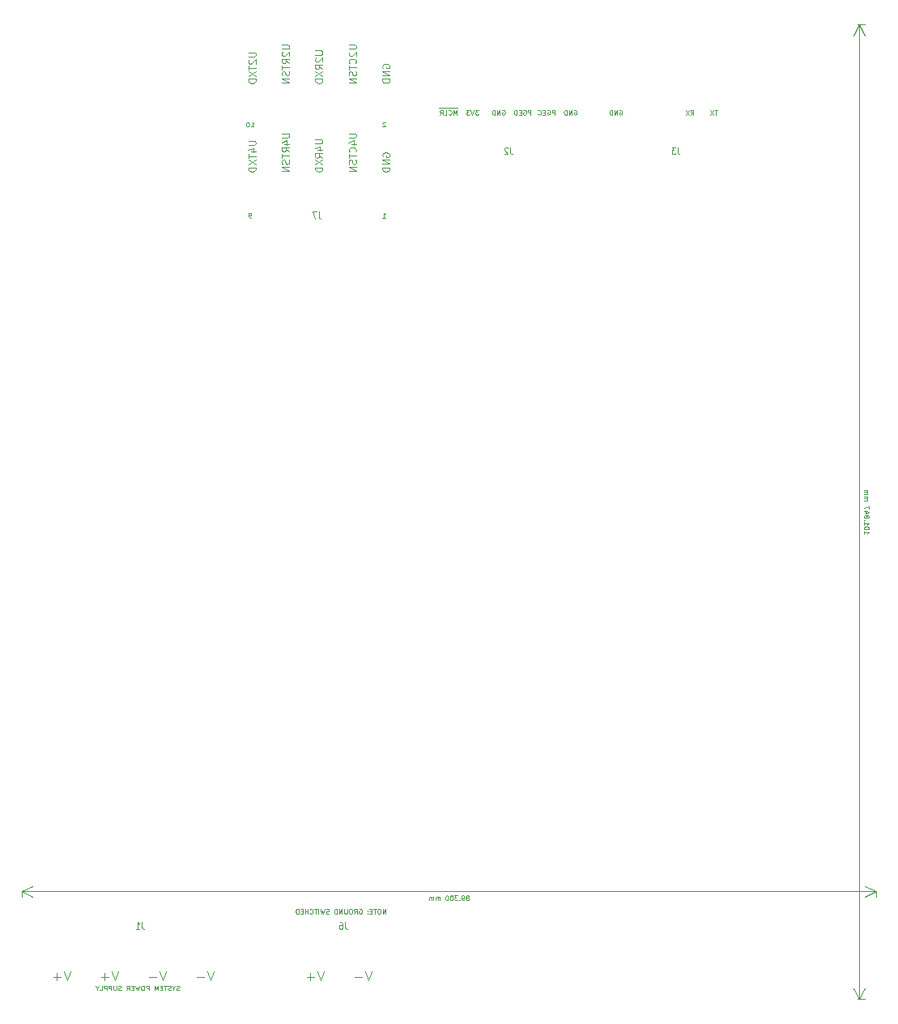
<source format=gbo>
G04 #@! TF.GenerationSoftware,KiCad,Pcbnew,5.0.1-33cea8e~68~ubuntu16.04.1*
G04 #@! TF.CreationDate,2018-11-25T11:29:47-06:00*
G04 #@! TF.ProjectId,BBB_SHIELD_V2,4242425F534849454C445F56322E6B69,rev?*
G04 #@! TF.SameCoordinates,Original*
G04 #@! TF.FileFunction,Legend,Bot*
G04 #@! TF.FilePolarity,Positive*
%FSLAX46Y46*%
G04 Gerber Fmt 4.6, Leading zero omitted, Abs format (unit mm)*
G04 Created by KiCad (PCBNEW 5.0.1-33cea8e~68~ubuntu16.04.1) date Sun 25 Nov 2018 11:29:47 AM CST*
%MOMM*%
%LPD*%
G01*
G04 APERTURE LIST*
%ADD10C,0.100000*%
%ADD11C,0.120000*%
%ADD12C,0.110000*%
%ADD13C,0.090000*%
G04 APERTURE END LIST*
D10*
X151026217Y-133540476D02*
X151073836Y-133516666D01*
X151097646Y-133492857D01*
X151121455Y-133445238D01*
X151121455Y-133421428D01*
X151097646Y-133373809D01*
X151073836Y-133350000D01*
X151026217Y-133326190D01*
X150930979Y-133326190D01*
X150883360Y-133350000D01*
X150859550Y-133373809D01*
X150835741Y-133421428D01*
X150835741Y-133445238D01*
X150859550Y-133492857D01*
X150883360Y-133516666D01*
X150930979Y-133540476D01*
X151026217Y-133540476D01*
X151073836Y-133564285D01*
X151097646Y-133588095D01*
X151121455Y-133635714D01*
X151121455Y-133730952D01*
X151097646Y-133778571D01*
X151073836Y-133802380D01*
X151026217Y-133826190D01*
X150930979Y-133826190D01*
X150883360Y-133802380D01*
X150859550Y-133778571D01*
X150835741Y-133730952D01*
X150835741Y-133635714D01*
X150859550Y-133588095D01*
X150883360Y-133564285D01*
X150930979Y-133540476D01*
X150597646Y-133826190D02*
X150502407Y-133826190D01*
X150454788Y-133802380D01*
X150430979Y-133778571D01*
X150383360Y-133707142D01*
X150359550Y-133611904D01*
X150359550Y-133421428D01*
X150383360Y-133373809D01*
X150407169Y-133350000D01*
X150454788Y-133326190D01*
X150550027Y-133326190D01*
X150597646Y-133350000D01*
X150621455Y-133373809D01*
X150645265Y-133421428D01*
X150645265Y-133540476D01*
X150621455Y-133588095D01*
X150597646Y-133611904D01*
X150550027Y-133635714D01*
X150454788Y-133635714D01*
X150407169Y-133611904D01*
X150383360Y-133588095D01*
X150359550Y-133540476D01*
X150145265Y-133778571D02*
X150121455Y-133802380D01*
X150145265Y-133826190D01*
X150169074Y-133802380D01*
X150145265Y-133778571D01*
X150145265Y-133826190D01*
X149954788Y-133326190D02*
X149645265Y-133326190D01*
X149811931Y-133516666D01*
X149740503Y-133516666D01*
X149692884Y-133540476D01*
X149669074Y-133564285D01*
X149645265Y-133611904D01*
X149645265Y-133730952D01*
X149669074Y-133778571D01*
X149692884Y-133802380D01*
X149740503Y-133826190D01*
X149883360Y-133826190D01*
X149930979Y-133802380D01*
X149954788Y-133778571D01*
X149335741Y-133326190D02*
X149288122Y-133326190D01*
X149240503Y-133350000D01*
X149216693Y-133373809D01*
X149192884Y-133421428D01*
X149169074Y-133516666D01*
X149169074Y-133635714D01*
X149192884Y-133730952D01*
X149216693Y-133778571D01*
X149240503Y-133802380D01*
X149288122Y-133826190D01*
X149335741Y-133826190D01*
X149383360Y-133802380D01*
X149407169Y-133778571D01*
X149430979Y-133730952D01*
X149454788Y-133635714D01*
X149454788Y-133516666D01*
X149430979Y-133421428D01*
X149407169Y-133373809D01*
X149383360Y-133350000D01*
X149335741Y-133326190D01*
X148859550Y-133326190D02*
X148811931Y-133326190D01*
X148764312Y-133350000D01*
X148740503Y-133373809D01*
X148716693Y-133421428D01*
X148692884Y-133516666D01*
X148692884Y-133635714D01*
X148716693Y-133730952D01*
X148740503Y-133778571D01*
X148764312Y-133802380D01*
X148811931Y-133826190D01*
X148859550Y-133826190D01*
X148907169Y-133802380D01*
X148930979Y-133778571D01*
X148954788Y-133730952D01*
X148978598Y-133635714D01*
X148978598Y-133516666D01*
X148954788Y-133421428D01*
X148930979Y-133373809D01*
X148907169Y-133350000D01*
X148859550Y-133326190D01*
X148097646Y-133826190D02*
X148097646Y-133492857D01*
X148097646Y-133540476D02*
X148073836Y-133516666D01*
X148026217Y-133492857D01*
X147954788Y-133492857D01*
X147907169Y-133516666D01*
X147883360Y-133564285D01*
X147883360Y-133826190D01*
X147883360Y-133564285D02*
X147859550Y-133516666D01*
X147811931Y-133492857D01*
X147740503Y-133492857D01*
X147692884Y-133516666D01*
X147669074Y-133564285D01*
X147669074Y-133826190D01*
X147430979Y-133826190D02*
X147430979Y-133492857D01*
X147430979Y-133540476D02*
X147407169Y-133516666D01*
X147359550Y-133492857D01*
X147288122Y-133492857D01*
X147240503Y-133516666D01*
X147216693Y-133564285D01*
X147216693Y-133826190D01*
X147216693Y-133564285D02*
X147192884Y-133516666D01*
X147145265Y-133492857D01*
X147073836Y-133492857D01*
X147026217Y-133516666D01*
X147002407Y-133564285D01*
X147002407Y-133826190D01*
X104400000Y-132900000D02*
X193700055Y-132900000D01*
X104400000Y-132900000D02*
X104400000Y-133486421D01*
X193700055Y-132900000D02*
X193700055Y-133486421D01*
X193700055Y-132900000D02*
X192573551Y-133486421D01*
X193700055Y-132900000D02*
X192573551Y-132313579D01*
X104400000Y-132900000D02*
X105526504Y-133486421D01*
X104400000Y-132900000D02*
X105526504Y-132313579D01*
X192451754Y-95247403D02*
X192451754Y-95533117D01*
X192451754Y-95390260D02*
X192951754Y-95390260D01*
X192880325Y-95437879D01*
X192832706Y-95485498D01*
X192808897Y-95533117D01*
X192951754Y-94937879D02*
X192951754Y-94890260D01*
X192927945Y-94842641D01*
X192904135Y-94818832D01*
X192856516Y-94795022D01*
X192761278Y-94771213D01*
X192642230Y-94771213D01*
X192546992Y-94795022D01*
X192499373Y-94818832D01*
X192475564Y-94842641D01*
X192451754Y-94890260D01*
X192451754Y-94937879D01*
X192475564Y-94985498D01*
X192499373Y-95009308D01*
X192546992Y-95033117D01*
X192642230Y-95056927D01*
X192761278Y-95056927D01*
X192856516Y-95033117D01*
X192904135Y-95009308D01*
X192927945Y-94985498D01*
X192951754Y-94937879D01*
X192451754Y-94295022D02*
X192451754Y-94580736D01*
X192451754Y-94437879D02*
X192951754Y-94437879D01*
X192880325Y-94485498D01*
X192832706Y-94533117D01*
X192808897Y-94580736D01*
X192499373Y-94080736D02*
X192475564Y-94056927D01*
X192451754Y-94080736D01*
X192475564Y-94104546D01*
X192499373Y-94080736D01*
X192451754Y-94080736D01*
X192737468Y-93771213D02*
X192761278Y-93818832D01*
X192785087Y-93842641D01*
X192832706Y-93866451D01*
X192856516Y-93866451D01*
X192904135Y-93842641D01*
X192927945Y-93818832D01*
X192951754Y-93771213D01*
X192951754Y-93675974D01*
X192927945Y-93628355D01*
X192904135Y-93604546D01*
X192856516Y-93580736D01*
X192832706Y-93580736D01*
X192785087Y-93604546D01*
X192761278Y-93628355D01*
X192737468Y-93675974D01*
X192737468Y-93771213D01*
X192713659Y-93818832D01*
X192689849Y-93842641D01*
X192642230Y-93866451D01*
X192546992Y-93866451D01*
X192499373Y-93842641D01*
X192475564Y-93818832D01*
X192451754Y-93771213D01*
X192451754Y-93675974D01*
X192475564Y-93628355D01*
X192499373Y-93604546D01*
X192546992Y-93580736D01*
X192642230Y-93580736D01*
X192689849Y-93604546D01*
X192713659Y-93628355D01*
X192737468Y-93675974D01*
X192785087Y-93152165D02*
X192451754Y-93152165D01*
X192975564Y-93271213D02*
X192618421Y-93390260D01*
X192618421Y-93080736D01*
X192951754Y-92937879D02*
X192951754Y-92604546D01*
X192451754Y-92818832D01*
X192451754Y-92033117D02*
X192785087Y-92033117D01*
X192737468Y-92033117D02*
X192761278Y-92009308D01*
X192785087Y-91961689D01*
X192785087Y-91890260D01*
X192761278Y-91842641D01*
X192713659Y-91818832D01*
X192451754Y-91818832D01*
X192713659Y-91818832D02*
X192761278Y-91795022D01*
X192785087Y-91747403D01*
X192785087Y-91675974D01*
X192761278Y-91628355D01*
X192713659Y-91604546D01*
X192451754Y-91604546D01*
X192451754Y-91366451D02*
X192785087Y-91366451D01*
X192737468Y-91366451D02*
X192761278Y-91342641D01*
X192785087Y-91295022D01*
X192785087Y-91223594D01*
X192761278Y-91175974D01*
X192713659Y-91152165D01*
X192451754Y-91152165D01*
X192713659Y-91152165D02*
X192761278Y-91128355D01*
X192785087Y-91080736D01*
X192785087Y-91009308D01*
X192761278Y-90961689D01*
X192713659Y-90937879D01*
X192451754Y-90937879D01*
X191977945Y-42300000D02*
X191977945Y-144147189D01*
X191800000Y-42300000D02*
X192564366Y-42300000D01*
X191800000Y-144147189D02*
X192564366Y-144147189D01*
X191977945Y-144147189D02*
X191391524Y-143020685D01*
X191977945Y-144147189D02*
X192564366Y-143020685D01*
X191977945Y-42300000D02*
X191391524Y-43426504D01*
X191977945Y-42300000D02*
X192564366Y-43426504D01*
X142428571Y-135226190D02*
X142428571Y-134726190D01*
X142142857Y-135226190D01*
X142142857Y-134726190D01*
X141809523Y-134726190D02*
X141714285Y-134726190D01*
X141666666Y-134750000D01*
X141619047Y-134797619D01*
X141595238Y-134892857D01*
X141595238Y-135059523D01*
X141619047Y-135154761D01*
X141666666Y-135202380D01*
X141714285Y-135226190D01*
X141809523Y-135226190D01*
X141857142Y-135202380D01*
X141904761Y-135154761D01*
X141928571Y-135059523D01*
X141928571Y-134892857D01*
X141904761Y-134797619D01*
X141857142Y-134750000D01*
X141809523Y-134726190D01*
X141452380Y-134726190D02*
X141166666Y-134726190D01*
X141309523Y-135226190D02*
X141309523Y-134726190D01*
X141000000Y-134964285D02*
X140833333Y-134964285D01*
X140761904Y-135226190D02*
X141000000Y-135226190D01*
X141000000Y-134726190D01*
X140761904Y-134726190D01*
X140547619Y-135178571D02*
X140523809Y-135202380D01*
X140547619Y-135226190D01*
X140571428Y-135202380D01*
X140547619Y-135178571D01*
X140547619Y-135226190D01*
X140547619Y-134916666D02*
X140523809Y-134940476D01*
X140547619Y-134964285D01*
X140571428Y-134940476D01*
X140547619Y-134916666D01*
X140547619Y-134964285D01*
X139666666Y-134750000D02*
X139714285Y-134726190D01*
X139785714Y-134726190D01*
X139857142Y-134750000D01*
X139904761Y-134797619D01*
X139928571Y-134845238D01*
X139952380Y-134940476D01*
X139952380Y-135011904D01*
X139928571Y-135107142D01*
X139904761Y-135154761D01*
X139857142Y-135202380D01*
X139785714Y-135226190D01*
X139738095Y-135226190D01*
X139666666Y-135202380D01*
X139642857Y-135178571D01*
X139642857Y-135011904D01*
X139738095Y-135011904D01*
X139142857Y-135226190D02*
X139309523Y-134988095D01*
X139428571Y-135226190D02*
X139428571Y-134726190D01*
X139238095Y-134726190D01*
X139190476Y-134750000D01*
X139166666Y-134773809D01*
X139142857Y-134821428D01*
X139142857Y-134892857D01*
X139166666Y-134940476D01*
X139190476Y-134964285D01*
X139238095Y-134988095D01*
X139428571Y-134988095D01*
X138833333Y-134726190D02*
X138738095Y-134726190D01*
X138690476Y-134750000D01*
X138642857Y-134797619D01*
X138619047Y-134892857D01*
X138619047Y-135059523D01*
X138642857Y-135154761D01*
X138690476Y-135202380D01*
X138738095Y-135226190D01*
X138833333Y-135226190D01*
X138880952Y-135202380D01*
X138928571Y-135154761D01*
X138952380Y-135059523D01*
X138952380Y-134892857D01*
X138928571Y-134797619D01*
X138880952Y-134750000D01*
X138833333Y-134726190D01*
X138404761Y-134726190D02*
X138404761Y-135130952D01*
X138380952Y-135178571D01*
X138357142Y-135202380D01*
X138309523Y-135226190D01*
X138214285Y-135226190D01*
X138166666Y-135202380D01*
X138142857Y-135178571D01*
X138119047Y-135130952D01*
X138119047Y-134726190D01*
X137880952Y-135226190D02*
X137880952Y-134726190D01*
X137595238Y-135226190D01*
X137595238Y-134726190D01*
X137357142Y-135226190D02*
X137357142Y-134726190D01*
X137238095Y-134726190D01*
X137166666Y-134750000D01*
X137119047Y-134797619D01*
X137095238Y-134845238D01*
X137071428Y-134940476D01*
X137071428Y-135011904D01*
X137095238Y-135107142D01*
X137119047Y-135154761D01*
X137166666Y-135202380D01*
X137238095Y-135226190D01*
X137357142Y-135226190D01*
X136500000Y-135202380D02*
X136428571Y-135226190D01*
X136309523Y-135226190D01*
X136261904Y-135202380D01*
X136238095Y-135178571D01*
X136214285Y-135130952D01*
X136214285Y-135083333D01*
X136238095Y-135035714D01*
X136261904Y-135011904D01*
X136309523Y-134988095D01*
X136404761Y-134964285D01*
X136452380Y-134940476D01*
X136476190Y-134916666D01*
X136500000Y-134869047D01*
X136500000Y-134821428D01*
X136476190Y-134773809D01*
X136452380Y-134750000D01*
X136404761Y-134726190D01*
X136285714Y-134726190D01*
X136214285Y-134750000D01*
X136047619Y-134726190D02*
X135928571Y-135226190D01*
X135833333Y-134869047D01*
X135738095Y-135226190D01*
X135619047Y-134726190D01*
X135428571Y-135226190D02*
X135428571Y-134726190D01*
X135261904Y-134726190D02*
X134976190Y-134726190D01*
X135119047Y-135226190D02*
X135119047Y-134726190D01*
X134523809Y-135178571D02*
X134547619Y-135202380D01*
X134619047Y-135226190D01*
X134666666Y-135226190D01*
X134738095Y-135202380D01*
X134785714Y-135154761D01*
X134809523Y-135107142D01*
X134833333Y-135011904D01*
X134833333Y-134940476D01*
X134809523Y-134845238D01*
X134785714Y-134797619D01*
X134738095Y-134750000D01*
X134666666Y-134726190D01*
X134619047Y-134726190D01*
X134547619Y-134750000D01*
X134523809Y-134773809D01*
X134309523Y-135226190D02*
X134309523Y-134726190D01*
X134309523Y-134964285D02*
X134023809Y-134964285D01*
X134023809Y-135226190D02*
X134023809Y-134726190D01*
X133785714Y-134964285D02*
X133619047Y-134964285D01*
X133547619Y-135226190D02*
X133785714Y-135226190D01*
X133785714Y-134726190D01*
X133547619Y-134726190D01*
X133333333Y-135226190D02*
X133333333Y-134726190D01*
X133214285Y-134726190D01*
X133142857Y-134750000D01*
X133095238Y-134797619D01*
X133071428Y-134845238D01*
X133047619Y-134940476D01*
X133047619Y-135011904D01*
X133071428Y-135107142D01*
X133095238Y-135154761D01*
X133142857Y-135202380D01*
X133214285Y-135226190D01*
X133333333Y-135226190D01*
X120869047Y-143202380D02*
X120797619Y-143226190D01*
X120678571Y-143226190D01*
X120630952Y-143202380D01*
X120607142Y-143178571D01*
X120583333Y-143130952D01*
X120583333Y-143083333D01*
X120607142Y-143035714D01*
X120630952Y-143011904D01*
X120678571Y-142988095D01*
X120773809Y-142964285D01*
X120821428Y-142940476D01*
X120845238Y-142916666D01*
X120869047Y-142869047D01*
X120869047Y-142821428D01*
X120845238Y-142773809D01*
X120821428Y-142750000D01*
X120773809Y-142726190D01*
X120654761Y-142726190D01*
X120583333Y-142750000D01*
X120273809Y-142988095D02*
X120273809Y-143226190D01*
X120440476Y-142726190D02*
X120273809Y-142988095D01*
X120107142Y-142726190D01*
X119964285Y-143202380D02*
X119892857Y-143226190D01*
X119773809Y-143226190D01*
X119726190Y-143202380D01*
X119702380Y-143178571D01*
X119678571Y-143130952D01*
X119678571Y-143083333D01*
X119702380Y-143035714D01*
X119726190Y-143011904D01*
X119773809Y-142988095D01*
X119869047Y-142964285D01*
X119916666Y-142940476D01*
X119940476Y-142916666D01*
X119964285Y-142869047D01*
X119964285Y-142821428D01*
X119940476Y-142773809D01*
X119916666Y-142750000D01*
X119869047Y-142726190D01*
X119750000Y-142726190D01*
X119678571Y-142750000D01*
X119535714Y-142726190D02*
X119250000Y-142726190D01*
X119392857Y-143226190D02*
X119392857Y-142726190D01*
X119083333Y-142964285D02*
X118916666Y-142964285D01*
X118845238Y-143226190D02*
X119083333Y-143226190D01*
X119083333Y-142726190D01*
X118845238Y-142726190D01*
X118630952Y-143226190D02*
X118630952Y-142726190D01*
X118464285Y-143083333D01*
X118297619Y-142726190D01*
X118297619Y-143226190D01*
X117678571Y-143226190D02*
X117678571Y-142726190D01*
X117488095Y-142726190D01*
X117440476Y-142750000D01*
X117416666Y-142773809D01*
X117392857Y-142821428D01*
X117392857Y-142892857D01*
X117416666Y-142940476D01*
X117440476Y-142964285D01*
X117488095Y-142988095D01*
X117678571Y-142988095D01*
X117083333Y-142726190D02*
X116988095Y-142726190D01*
X116940476Y-142750000D01*
X116892857Y-142797619D01*
X116869047Y-142892857D01*
X116869047Y-143059523D01*
X116892857Y-143154761D01*
X116940476Y-143202380D01*
X116988095Y-143226190D01*
X117083333Y-143226190D01*
X117130952Y-143202380D01*
X117178571Y-143154761D01*
X117202380Y-143059523D01*
X117202380Y-142892857D01*
X117178571Y-142797619D01*
X117130952Y-142750000D01*
X117083333Y-142726190D01*
X116702380Y-142726190D02*
X116583333Y-143226190D01*
X116488095Y-142869047D01*
X116392857Y-143226190D01*
X116273809Y-142726190D01*
X116083333Y-142964285D02*
X115916666Y-142964285D01*
X115845238Y-143226190D02*
X116083333Y-143226190D01*
X116083333Y-142726190D01*
X115845238Y-142726190D01*
X115345238Y-143226190D02*
X115511904Y-142988095D01*
X115630952Y-143226190D02*
X115630952Y-142726190D01*
X115440476Y-142726190D01*
X115392857Y-142750000D01*
X115369047Y-142773809D01*
X115345238Y-142821428D01*
X115345238Y-142892857D01*
X115369047Y-142940476D01*
X115392857Y-142964285D01*
X115440476Y-142988095D01*
X115630952Y-142988095D01*
X114773809Y-143202380D02*
X114702380Y-143226190D01*
X114583333Y-143226190D01*
X114535714Y-143202380D01*
X114511904Y-143178571D01*
X114488095Y-143130952D01*
X114488095Y-143083333D01*
X114511904Y-143035714D01*
X114535714Y-143011904D01*
X114583333Y-142988095D01*
X114678571Y-142964285D01*
X114726190Y-142940476D01*
X114750000Y-142916666D01*
X114773809Y-142869047D01*
X114773809Y-142821428D01*
X114750000Y-142773809D01*
X114726190Y-142750000D01*
X114678571Y-142726190D01*
X114559523Y-142726190D01*
X114488095Y-142750000D01*
X114273809Y-142726190D02*
X114273809Y-143130952D01*
X114250000Y-143178571D01*
X114226190Y-143202380D01*
X114178571Y-143226190D01*
X114083333Y-143226190D01*
X114035714Y-143202380D01*
X114011904Y-143178571D01*
X113988095Y-143130952D01*
X113988095Y-142726190D01*
X113750000Y-143226190D02*
X113750000Y-142726190D01*
X113559523Y-142726190D01*
X113511904Y-142750000D01*
X113488095Y-142773809D01*
X113464285Y-142821428D01*
X113464285Y-142892857D01*
X113488095Y-142940476D01*
X113511904Y-142964285D01*
X113559523Y-142988095D01*
X113750000Y-142988095D01*
X113250000Y-143226190D02*
X113250000Y-142726190D01*
X113059523Y-142726190D01*
X113011904Y-142750000D01*
X112988095Y-142773809D01*
X112964285Y-142821428D01*
X112964285Y-142892857D01*
X112988095Y-142940476D01*
X113011904Y-142964285D01*
X113059523Y-142988095D01*
X113250000Y-142988095D01*
X112511904Y-143226190D02*
X112750000Y-143226190D01*
X112750000Y-142726190D01*
X112250000Y-142988095D02*
X112250000Y-143226190D01*
X112416666Y-142726190D02*
X112250000Y-142988095D01*
X112083333Y-142726190D01*
D11*
X140952380Y-141202380D02*
X140619047Y-142202380D01*
X140285714Y-141202380D01*
X139952380Y-141821428D02*
X139190476Y-141821428D01*
D10*
X177130952Y-51226190D02*
X176845238Y-51226190D01*
X176988095Y-51726190D02*
X176988095Y-51226190D01*
X176726190Y-51226190D02*
X176392857Y-51726190D01*
X176392857Y-51226190D02*
X176726190Y-51726190D01*
X174333333Y-51726190D02*
X174500000Y-51488095D01*
X174619047Y-51726190D02*
X174619047Y-51226190D01*
X174428571Y-51226190D01*
X174380952Y-51250000D01*
X174357142Y-51273809D01*
X174333333Y-51321428D01*
X174333333Y-51392857D01*
X174357142Y-51440476D01*
X174380952Y-51464285D01*
X174428571Y-51488095D01*
X174619047Y-51488095D01*
X174166666Y-51226190D02*
X173833333Y-51726190D01*
X173833333Y-51226190D02*
X174166666Y-51726190D01*
X166880952Y-51250000D02*
X166928571Y-51226190D01*
X167000000Y-51226190D01*
X167071428Y-51250000D01*
X167119047Y-51297619D01*
X167142857Y-51345238D01*
X167166666Y-51440476D01*
X167166666Y-51511904D01*
X167142857Y-51607142D01*
X167119047Y-51654761D01*
X167071428Y-51702380D01*
X167000000Y-51726190D01*
X166952380Y-51726190D01*
X166880952Y-51702380D01*
X166857142Y-51678571D01*
X166857142Y-51511904D01*
X166952380Y-51511904D01*
X166642857Y-51726190D02*
X166642857Y-51226190D01*
X166357142Y-51726190D01*
X166357142Y-51226190D01*
X166119047Y-51726190D02*
X166119047Y-51226190D01*
X166000000Y-51226190D01*
X165928571Y-51250000D01*
X165880952Y-51297619D01*
X165857142Y-51345238D01*
X165833333Y-51440476D01*
X165833333Y-51511904D01*
X165857142Y-51607142D01*
X165880952Y-51654761D01*
X165928571Y-51702380D01*
X166000000Y-51726190D01*
X166119047Y-51726190D01*
X162130952Y-51250000D02*
X162178571Y-51226190D01*
X162250000Y-51226190D01*
X162321428Y-51250000D01*
X162369047Y-51297619D01*
X162392857Y-51345238D01*
X162416666Y-51440476D01*
X162416666Y-51511904D01*
X162392857Y-51607142D01*
X162369047Y-51654761D01*
X162321428Y-51702380D01*
X162250000Y-51726190D01*
X162202380Y-51726190D01*
X162130952Y-51702380D01*
X162107142Y-51678571D01*
X162107142Y-51511904D01*
X162202380Y-51511904D01*
X161892857Y-51726190D02*
X161892857Y-51226190D01*
X161607142Y-51726190D01*
X161607142Y-51226190D01*
X161369047Y-51726190D02*
X161369047Y-51226190D01*
X161250000Y-51226190D01*
X161178571Y-51250000D01*
X161130952Y-51297619D01*
X161107142Y-51345238D01*
X161083333Y-51440476D01*
X161083333Y-51511904D01*
X161107142Y-51607142D01*
X161130952Y-51654761D01*
X161178571Y-51702380D01*
X161250000Y-51726190D01*
X161369047Y-51726190D01*
X160107142Y-51726190D02*
X160107142Y-51226190D01*
X159916666Y-51226190D01*
X159869047Y-51250000D01*
X159845238Y-51273809D01*
X159821428Y-51321428D01*
X159821428Y-51392857D01*
X159845238Y-51440476D01*
X159869047Y-51464285D01*
X159916666Y-51488095D01*
X160107142Y-51488095D01*
X159345238Y-51250000D02*
X159392857Y-51226190D01*
X159464285Y-51226190D01*
X159535714Y-51250000D01*
X159583333Y-51297619D01*
X159607142Y-51345238D01*
X159630952Y-51440476D01*
X159630952Y-51511904D01*
X159607142Y-51607142D01*
X159583333Y-51654761D01*
X159535714Y-51702380D01*
X159464285Y-51726190D01*
X159416666Y-51726190D01*
X159345238Y-51702380D01*
X159321428Y-51678571D01*
X159321428Y-51511904D01*
X159416666Y-51511904D01*
X159107142Y-51464285D02*
X158940476Y-51464285D01*
X158869047Y-51726190D02*
X159107142Y-51726190D01*
X159107142Y-51226190D01*
X158869047Y-51226190D01*
X158369047Y-51678571D02*
X158392857Y-51702380D01*
X158464285Y-51726190D01*
X158511904Y-51726190D01*
X158583333Y-51702380D01*
X158630952Y-51654761D01*
X158654761Y-51607142D01*
X158678571Y-51511904D01*
X158678571Y-51440476D01*
X158654761Y-51345238D01*
X158630952Y-51297619D01*
X158583333Y-51250000D01*
X158511904Y-51226190D01*
X158464285Y-51226190D01*
X158392857Y-51250000D01*
X158369047Y-51273809D01*
X157607142Y-51726190D02*
X157607142Y-51226190D01*
X157416666Y-51226190D01*
X157369047Y-51250000D01*
X157345238Y-51273809D01*
X157321428Y-51321428D01*
X157321428Y-51392857D01*
X157345238Y-51440476D01*
X157369047Y-51464285D01*
X157416666Y-51488095D01*
X157607142Y-51488095D01*
X156845238Y-51250000D02*
X156892857Y-51226190D01*
X156964285Y-51226190D01*
X157035714Y-51250000D01*
X157083333Y-51297619D01*
X157107142Y-51345238D01*
X157130952Y-51440476D01*
X157130952Y-51511904D01*
X157107142Y-51607142D01*
X157083333Y-51654761D01*
X157035714Y-51702380D01*
X156964285Y-51726190D01*
X156916666Y-51726190D01*
X156845238Y-51702380D01*
X156821428Y-51678571D01*
X156821428Y-51511904D01*
X156916666Y-51511904D01*
X156607142Y-51464285D02*
X156440476Y-51464285D01*
X156369047Y-51726190D02*
X156607142Y-51726190D01*
X156607142Y-51226190D01*
X156369047Y-51226190D01*
X156154761Y-51726190D02*
X156154761Y-51226190D01*
X156035714Y-51226190D01*
X155964285Y-51250000D01*
X155916666Y-51297619D01*
X155892857Y-51345238D01*
X155869047Y-51440476D01*
X155869047Y-51511904D01*
X155892857Y-51607142D01*
X155916666Y-51654761D01*
X155964285Y-51702380D01*
X156035714Y-51726190D01*
X156154761Y-51726190D01*
X154630952Y-51250000D02*
X154678571Y-51226190D01*
X154750000Y-51226190D01*
X154821428Y-51250000D01*
X154869047Y-51297619D01*
X154892857Y-51345238D01*
X154916666Y-51440476D01*
X154916666Y-51511904D01*
X154892857Y-51607142D01*
X154869047Y-51654761D01*
X154821428Y-51702380D01*
X154750000Y-51726190D01*
X154702380Y-51726190D01*
X154630952Y-51702380D01*
X154607142Y-51678571D01*
X154607142Y-51511904D01*
X154702380Y-51511904D01*
X154392857Y-51726190D02*
X154392857Y-51226190D01*
X154107142Y-51726190D01*
X154107142Y-51226190D01*
X153869047Y-51726190D02*
X153869047Y-51226190D01*
X153750000Y-51226190D01*
X153678571Y-51250000D01*
X153630952Y-51297619D01*
X153607142Y-51345238D01*
X153583333Y-51440476D01*
X153583333Y-51511904D01*
X153607142Y-51607142D01*
X153630952Y-51654761D01*
X153678571Y-51702380D01*
X153750000Y-51726190D01*
X153869047Y-51726190D01*
X152119047Y-51226190D02*
X151809523Y-51226190D01*
X151976190Y-51416666D01*
X151904761Y-51416666D01*
X151857142Y-51440476D01*
X151833333Y-51464285D01*
X151809523Y-51511904D01*
X151809523Y-51630952D01*
X151833333Y-51678571D01*
X151857142Y-51702380D01*
X151904761Y-51726190D01*
X152047619Y-51726190D01*
X152095238Y-51702380D01*
X152119047Y-51678571D01*
X151666666Y-51226190D02*
X151500000Y-51726190D01*
X151333333Y-51226190D01*
X151214285Y-51226190D02*
X150904761Y-51226190D01*
X151071428Y-51416666D01*
X151000000Y-51416666D01*
X150952380Y-51440476D01*
X150928571Y-51464285D01*
X150904761Y-51511904D01*
X150904761Y-51630952D01*
X150928571Y-51678571D01*
X150952380Y-51702380D01*
X151000000Y-51726190D01*
X151142857Y-51726190D01*
X151190476Y-51702380D01*
X151214285Y-51678571D01*
X149988095Y-51010000D02*
X149416666Y-51010000D01*
X149869047Y-51726190D02*
X149869047Y-51226190D01*
X149702380Y-51583333D01*
X149535714Y-51226190D01*
X149535714Y-51726190D01*
X149416666Y-51010000D02*
X148916666Y-51010000D01*
X149011904Y-51678571D02*
X149035714Y-51702380D01*
X149107142Y-51726190D01*
X149154761Y-51726190D01*
X149226190Y-51702380D01*
X149273809Y-51654761D01*
X149297619Y-51607142D01*
X149321428Y-51511904D01*
X149321428Y-51440476D01*
X149297619Y-51345238D01*
X149273809Y-51297619D01*
X149226190Y-51250000D01*
X149154761Y-51226190D01*
X149107142Y-51226190D01*
X149035714Y-51250000D01*
X149011904Y-51273809D01*
X148916666Y-51010000D02*
X148511904Y-51010000D01*
X148559523Y-51726190D02*
X148797619Y-51726190D01*
X148797619Y-51226190D01*
X148511904Y-51010000D02*
X148011904Y-51010000D01*
X148107142Y-51726190D02*
X148273809Y-51488095D01*
X148392857Y-51726190D02*
X148392857Y-51226190D01*
X148202380Y-51226190D01*
X148154761Y-51250000D01*
X148130952Y-51273809D01*
X148107142Y-51321428D01*
X148107142Y-51392857D01*
X148130952Y-51440476D01*
X148154761Y-51464285D01*
X148202380Y-51488095D01*
X148392857Y-51488095D01*
X138589285Y-53660715D02*
X139196428Y-53660715D01*
X139267857Y-53696429D01*
X139303571Y-53732143D01*
X139339285Y-53803572D01*
X139339285Y-53946429D01*
X139303571Y-54017858D01*
X139267857Y-54053572D01*
X139196428Y-54089286D01*
X138589285Y-54089286D01*
X138839285Y-54767858D02*
X139339285Y-54767858D01*
X138553571Y-54589286D02*
X139089285Y-54410715D01*
X139089285Y-54875000D01*
X139267857Y-55589286D02*
X139303571Y-55553572D01*
X139339285Y-55446429D01*
X139339285Y-55375000D01*
X139303571Y-55267858D01*
X139232142Y-55196429D01*
X139160714Y-55160715D01*
X139017857Y-55125000D01*
X138910714Y-55125000D01*
X138767857Y-55160715D01*
X138696428Y-55196429D01*
X138625000Y-55267858D01*
X138589285Y-55375000D01*
X138589285Y-55446429D01*
X138625000Y-55553572D01*
X138660714Y-55589286D01*
X138589285Y-55803572D02*
X138589285Y-56232143D01*
X139339285Y-56017858D02*
X138589285Y-56017858D01*
X139303571Y-56446429D02*
X139339285Y-56553572D01*
X139339285Y-56732143D01*
X139303571Y-56803572D01*
X139267857Y-56839286D01*
X139196428Y-56875000D01*
X139125000Y-56875000D01*
X139053571Y-56839286D01*
X139017857Y-56803572D01*
X138982142Y-56732143D01*
X138946428Y-56589286D01*
X138910714Y-56517858D01*
X138875000Y-56482143D01*
X138803571Y-56446429D01*
X138732142Y-56446429D01*
X138660714Y-56482143D01*
X138625000Y-56517858D01*
X138589285Y-56589286D01*
X138589285Y-56767858D01*
X138625000Y-56875000D01*
X139339285Y-57196429D02*
X138589285Y-57196429D01*
X139339285Y-57625000D01*
X138589285Y-57625000D01*
D12*
X142125000Y-56084286D02*
X142089285Y-56012857D01*
X142089285Y-55905715D01*
X142125000Y-55798572D01*
X142196428Y-55727143D01*
X142267857Y-55691429D01*
X142410714Y-55655715D01*
X142517857Y-55655715D01*
X142660714Y-55691429D01*
X142732142Y-55727143D01*
X142803571Y-55798572D01*
X142839285Y-55905715D01*
X142839285Y-55977143D01*
X142803571Y-56084286D01*
X142767857Y-56120000D01*
X142517857Y-56120000D01*
X142517857Y-55977143D01*
X142839285Y-56441429D02*
X142089285Y-56441429D01*
X142839285Y-56870000D01*
X142089285Y-56870000D01*
X142839285Y-57227143D02*
X142089285Y-57227143D01*
X142089285Y-57405715D01*
X142125000Y-57512857D01*
X142196428Y-57584286D01*
X142267857Y-57620000D01*
X142410714Y-57655715D01*
X142517857Y-57655715D01*
X142660714Y-57620000D01*
X142732142Y-57584286D01*
X142803571Y-57512857D01*
X142839285Y-57405715D01*
X142839285Y-57227143D01*
D10*
X131589285Y-53660715D02*
X132196428Y-53660715D01*
X132267857Y-53696429D01*
X132303571Y-53732143D01*
X132339285Y-53803572D01*
X132339285Y-53946429D01*
X132303571Y-54017858D01*
X132267857Y-54053572D01*
X132196428Y-54089286D01*
X131589285Y-54089286D01*
X131839285Y-54767858D02*
X132339285Y-54767858D01*
X131553571Y-54589286D02*
X132089285Y-54410715D01*
X132089285Y-54875000D01*
X132339285Y-55589286D02*
X131982142Y-55339286D01*
X132339285Y-55160715D02*
X131589285Y-55160715D01*
X131589285Y-55446429D01*
X131625000Y-55517858D01*
X131660714Y-55553572D01*
X131732142Y-55589286D01*
X131839285Y-55589286D01*
X131910714Y-55553572D01*
X131946428Y-55517858D01*
X131982142Y-55446429D01*
X131982142Y-55160715D01*
X131589285Y-55803572D02*
X131589285Y-56232143D01*
X132339285Y-56017858D02*
X131589285Y-56017858D01*
X132303571Y-56446429D02*
X132339285Y-56553572D01*
X132339285Y-56732143D01*
X132303571Y-56803572D01*
X132267857Y-56839286D01*
X132196428Y-56875000D01*
X132125000Y-56875000D01*
X132053571Y-56839286D01*
X132017857Y-56803572D01*
X131982142Y-56732143D01*
X131946428Y-56589286D01*
X131910714Y-56517858D01*
X131875000Y-56482143D01*
X131803571Y-56446429D01*
X131732142Y-56446429D01*
X131660714Y-56482143D01*
X131625000Y-56517858D01*
X131589285Y-56589286D01*
X131589285Y-56767858D01*
X131625000Y-56875000D01*
X132339285Y-57196429D02*
X131589285Y-57196429D01*
X132339285Y-57625000D01*
X131589285Y-57625000D01*
X135089285Y-54267857D02*
X135696428Y-54267857D01*
X135767857Y-54303571D01*
X135803571Y-54339286D01*
X135839285Y-54410714D01*
X135839285Y-54553571D01*
X135803571Y-54625000D01*
X135767857Y-54660714D01*
X135696428Y-54696429D01*
X135089285Y-54696429D01*
X135339285Y-55375000D02*
X135839285Y-55375000D01*
X135053571Y-55196429D02*
X135589285Y-55017857D01*
X135589285Y-55482143D01*
X135839285Y-56196429D02*
X135482142Y-55946429D01*
X135839285Y-55767857D02*
X135089285Y-55767857D01*
X135089285Y-56053571D01*
X135125000Y-56125000D01*
X135160714Y-56160714D01*
X135232142Y-56196429D01*
X135339285Y-56196429D01*
X135410714Y-56160714D01*
X135446428Y-56125000D01*
X135482142Y-56053571D01*
X135482142Y-55767857D01*
X135089285Y-56446429D02*
X135839285Y-56946429D01*
X135089285Y-56946429D02*
X135839285Y-56446429D01*
X135839285Y-57232143D02*
X135089285Y-57232143D01*
X135089285Y-57410714D01*
X135125000Y-57517857D01*
X135196428Y-57589286D01*
X135267857Y-57625000D01*
X135410714Y-57660714D01*
X135517857Y-57660714D01*
X135660714Y-57625000D01*
X135732142Y-57589286D01*
X135803571Y-57517857D01*
X135839285Y-57410714D01*
X135839285Y-57232143D01*
X128089285Y-54446429D02*
X128696428Y-54446429D01*
X128767857Y-54482143D01*
X128803571Y-54517857D01*
X128839285Y-54589286D01*
X128839285Y-54732143D01*
X128803571Y-54803572D01*
X128767857Y-54839286D01*
X128696428Y-54875000D01*
X128089285Y-54875000D01*
X128339285Y-55553572D02*
X128839285Y-55553572D01*
X128053571Y-55375000D02*
X128589285Y-55196429D01*
X128589285Y-55660715D01*
X128089285Y-55839286D02*
X128089285Y-56267857D01*
X128839285Y-56053572D02*
X128089285Y-56053572D01*
X128089285Y-56446429D02*
X128839285Y-56946429D01*
X128089285Y-56946429D02*
X128839285Y-56446429D01*
X128839285Y-57232143D02*
X128089285Y-57232143D01*
X128089285Y-57410715D01*
X128125000Y-57517857D01*
X128196428Y-57589286D01*
X128267857Y-57625000D01*
X128410714Y-57660715D01*
X128517857Y-57660715D01*
X128660714Y-57625000D01*
X128732142Y-57589286D01*
X128803571Y-57517857D01*
X128839285Y-57410715D01*
X128839285Y-57232143D01*
X128089285Y-45196429D02*
X128696428Y-45196429D01*
X128767857Y-45232143D01*
X128803571Y-45267857D01*
X128839285Y-45339286D01*
X128839285Y-45482143D01*
X128803571Y-45553572D01*
X128767857Y-45589286D01*
X128696428Y-45625000D01*
X128089285Y-45625000D01*
X128160714Y-45946429D02*
X128125000Y-45982143D01*
X128089285Y-46053572D01*
X128089285Y-46232143D01*
X128125000Y-46303572D01*
X128160714Y-46339286D01*
X128232142Y-46375000D01*
X128303571Y-46375000D01*
X128410714Y-46339286D01*
X128839285Y-45910715D01*
X128839285Y-46375000D01*
X128089285Y-46589286D02*
X128089285Y-47017857D01*
X128839285Y-46803572D02*
X128089285Y-46803572D01*
X128089285Y-47196429D02*
X128839285Y-47696429D01*
X128089285Y-47696429D02*
X128839285Y-47196429D01*
X128839285Y-47982143D02*
X128089285Y-47982143D01*
X128089285Y-48160715D01*
X128125000Y-48267857D01*
X128196428Y-48339286D01*
X128267857Y-48375000D01*
X128410714Y-48410715D01*
X128517857Y-48410715D01*
X128660714Y-48375000D01*
X128732142Y-48339286D01*
X128803571Y-48267857D01*
X128839285Y-48160715D01*
X128839285Y-47982143D01*
X131589285Y-44410715D02*
X132196428Y-44410715D01*
X132267857Y-44446429D01*
X132303571Y-44482143D01*
X132339285Y-44553572D01*
X132339285Y-44696429D01*
X132303571Y-44767858D01*
X132267857Y-44803572D01*
X132196428Y-44839286D01*
X131589285Y-44839286D01*
X131660714Y-45160715D02*
X131625000Y-45196429D01*
X131589285Y-45267858D01*
X131589285Y-45446429D01*
X131625000Y-45517858D01*
X131660714Y-45553572D01*
X131732142Y-45589286D01*
X131803571Y-45589286D01*
X131910714Y-45553572D01*
X132339285Y-45125000D01*
X132339285Y-45589286D01*
X132339285Y-46339286D02*
X131982142Y-46089286D01*
X132339285Y-45910715D02*
X131589285Y-45910715D01*
X131589285Y-46196429D01*
X131625000Y-46267858D01*
X131660714Y-46303572D01*
X131732142Y-46339286D01*
X131839285Y-46339286D01*
X131910714Y-46303572D01*
X131946428Y-46267858D01*
X131982142Y-46196429D01*
X131982142Y-45910715D01*
X131589285Y-46553572D02*
X131589285Y-46982143D01*
X132339285Y-46767858D02*
X131589285Y-46767858D01*
X132303571Y-47196429D02*
X132339285Y-47303572D01*
X132339285Y-47482143D01*
X132303571Y-47553572D01*
X132267857Y-47589286D01*
X132196428Y-47625000D01*
X132125000Y-47625000D01*
X132053571Y-47589286D01*
X132017857Y-47553572D01*
X131982142Y-47482143D01*
X131946428Y-47339286D01*
X131910714Y-47267858D01*
X131875000Y-47232143D01*
X131803571Y-47196429D01*
X131732142Y-47196429D01*
X131660714Y-47232143D01*
X131625000Y-47267858D01*
X131589285Y-47339286D01*
X131589285Y-47517858D01*
X131625000Y-47625000D01*
X132339285Y-47946429D02*
X131589285Y-47946429D01*
X132339285Y-48375000D01*
X131589285Y-48375000D01*
X135089285Y-45017857D02*
X135696428Y-45017857D01*
X135767857Y-45053571D01*
X135803571Y-45089286D01*
X135839285Y-45160714D01*
X135839285Y-45303571D01*
X135803571Y-45375000D01*
X135767857Y-45410714D01*
X135696428Y-45446429D01*
X135089285Y-45446429D01*
X135160714Y-45767857D02*
X135125000Y-45803571D01*
X135089285Y-45875000D01*
X135089285Y-46053571D01*
X135125000Y-46125000D01*
X135160714Y-46160714D01*
X135232142Y-46196429D01*
X135303571Y-46196429D01*
X135410714Y-46160714D01*
X135839285Y-45732143D01*
X135839285Y-46196429D01*
X135839285Y-46946429D02*
X135482142Y-46696429D01*
X135839285Y-46517857D02*
X135089285Y-46517857D01*
X135089285Y-46803571D01*
X135125000Y-46875000D01*
X135160714Y-46910714D01*
X135232142Y-46946429D01*
X135339285Y-46946429D01*
X135410714Y-46910714D01*
X135446428Y-46875000D01*
X135482142Y-46803571D01*
X135482142Y-46517857D01*
X135089285Y-47196429D02*
X135839285Y-47696429D01*
X135089285Y-47696429D02*
X135839285Y-47196429D01*
X135839285Y-47982143D02*
X135089285Y-47982143D01*
X135089285Y-48160714D01*
X135125000Y-48267857D01*
X135196428Y-48339286D01*
X135267857Y-48375000D01*
X135410714Y-48410714D01*
X135517857Y-48410714D01*
X135660714Y-48375000D01*
X135732142Y-48339286D01*
X135803571Y-48267857D01*
X135839285Y-48160714D01*
X135839285Y-47982143D01*
X138589285Y-44410715D02*
X139196428Y-44410715D01*
X139267857Y-44446429D01*
X139303571Y-44482143D01*
X139339285Y-44553572D01*
X139339285Y-44696429D01*
X139303571Y-44767858D01*
X139267857Y-44803572D01*
X139196428Y-44839286D01*
X138589285Y-44839286D01*
X138660714Y-45160715D02*
X138625000Y-45196429D01*
X138589285Y-45267858D01*
X138589285Y-45446429D01*
X138625000Y-45517858D01*
X138660714Y-45553572D01*
X138732142Y-45589286D01*
X138803571Y-45589286D01*
X138910714Y-45553572D01*
X139339285Y-45125000D01*
X139339285Y-45589286D01*
X139267857Y-46339286D02*
X139303571Y-46303572D01*
X139339285Y-46196429D01*
X139339285Y-46125000D01*
X139303571Y-46017858D01*
X139232142Y-45946429D01*
X139160714Y-45910715D01*
X139017857Y-45875000D01*
X138910714Y-45875000D01*
X138767857Y-45910715D01*
X138696428Y-45946429D01*
X138625000Y-46017858D01*
X138589285Y-46125000D01*
X138589285Y-46196429D01*
X138625000Y-46303572D01*
X138660714Y-46339286D01*
X138589285Y-46553572D02*
X138589285Y-46982143D01*
X139339285Y-46767858D02*
X138589285Y-46767858D01*
X139303571Y-47196429D02*
X139339285Y-47303572D01*
X139339285Y-47482143D01*
X139303571Y-47553572D01*
X139267857Y-47589286D01*
X139196428Y-47625000D01*
X139125000Y-47625000D01*
X139053571Y-47589286D01*
X139017857Y-47553572D01*
X138982142Y-47482143D01*
X138946428Y-47339286D01*
X138910714Y-47267858D01*
X138875000Y-47232143D01*
X138803571Y-47196429D01*
X138732142Y-47196429D01*
X138660714Y-47232143D01*
X138625000Y-47267858D01*
X138589285Y-47339286D01*
X138589285Y-47517858D01*
X138625000Y-47625000D01*
X139339285Y-47946429D02*
X138589285Y-47946429D01*
X139339285Y-48375000D01*
X138589285Y-48375000D01*
D12*
X142125000Y-46834286D02*
X142089285Y-46762857D01*
X142089285Y-46655715D01*
X142125000Y-46548572D01*
X142196428Y-46477143D01*
X142267857Y-46441429D01*
X142410714Y-46405715D01*
X142517857Y-46405715D01*
X142660714Y-46441429D01*
X142732142Y-46477143D01*
X142803571Y-46548572D01*
X142839285Y-46655715D01*
X142839285Y-46727143D01*
X142803571Y-46834286D01*
X142767857Y-46870000D01*
X142517857Y-46870000D01*
X142517857Y-46727143D01*
X142839285Y-47191429D02*
X142089285Y-47191429D01*
X142839285Y-47620000D01*
X142089285Y-47620000D01*
X142839285Y-47977143D02*
X142089285Y-47977143D01*
X142089285Y-48155715D01*
X142125000Y-48262857D01*
X142196428Y-48334286D01*
X142267857Y-48370000D01*
X142410714Y-48405715D01*
X142517857Y-48405715D01*
X142660714Y-48370000D01*
X142732142Y-48334286D01*
X142803571Y-48262857D01*
X142839285Y-48155715D01*
X142839285Y-47977143D01*
D11*
X135952380Y-141202380D02*
X135619047Y-142202380D01*
X135285714Y-141202380D01*
X134952380Y-141821428D02*
X134190476Y-141821428D01*
X134571428Y-142202380D02*
X134571428Y-141440476D01*
X124452380Y-141202380D02*
X124119047Y-142202380D01*
X123785714Y-141202380D01*
X123452380Y-141821428D02*
X122690476Y-141821428D01*
X119452380Y-141202380D02*
X119119047Y-142202380D01*
X118785714Y-141202380D01*
X118452380Y-141821428D02*
X117690476Y-141821428D01*
X114452380Y-141202380D02*
X114119047Y-142202380D01*
X113785714Y-141202380D01*
X113452380Y-141821428D02*
X112690476Y-141821428D01*
X113071428Y-142202380D02*
X113071428Y-141440476D01*
X109452380Y-141202380D02*
X109119047Y-142202380D01*
X108785714Y-141202380D01*
X108452380Y-141821428D02*
X107690476Y-141821428D01*
X108071428Y-142202380D02*
X108071428Y-141440476D01*
G04 #@! TO.C,J1*
D10*
X116950000Y-136116666D02*
X116950000Y-136616666D01*
X116978571Y-136716666D01*
X117035714Y-136783333D01*
X117121428Y-136816666D01*
X117178571Y-136816666D01*
X116350000Y-136816666D02*
X116692857Y-136816666D01*
X116521428Y-136816666D02*
X116521428Y-136116666D01*
X116578571Y-136216666D01*
X116635714Y-136283333D01*
X116692857Y-136316666D01*
G04 #@! TO.C,J6*
X138200000Y-136116666D02*
X138200000Y-136616666D01*
X138228571Y-136716666D01*
X138285714Y-136783333D01*
X138371428Y-136816666D01*
X138428571Y-136816666D01*
X137657142Y-136116666D02*
X137771428Y-136116666D01*
X137828571Y-136150000D01*
X137857142Y-136183333D01*
X137914285Y-136283333D01*
X137942857Y-136416666D01*
X137942857Y-136683333D01*
X137914285Y-136750000D01*
X137885714Y-136783333D01*
X137828571Y-136816666D01*
X137714285Y-136816666D01*
X137657142Y-136783333D01*
X137628571Y-136750000D01*
X137600000Y-136683333D01*
X137600000Y-136516666D01*
X137628571Y-136450000D01*
X137657142Y-136416666D01*
X137714285Y-136383333D01*
X137828571Y-136383333D01*
X137885714Y-136416666D01*
X137914285Y-136450000D01*
X137942857Y-136516666D01*
G04 #@! TO.C,J7*
X135450000Y-61866666D02*
X135450000Y-62366666D01*
X135478571Y-62466666D01*
X135535714Y-62533333D01*
X135621428Y-62566666D01*
X135678571Y-62566666D01*
X135221428Y-61866666D02*
X134821428Y-61866666D01*
X135078571Y-62566666D01*
D13*
X128345238Y-52976190D02*
X128630952Y-52976190D01*
X128488095Y-52976190D02*
X128488095Y-52476190D01*
X128535714Y-52547619D01*
X128583333Y-52595238D01*
X128630952Y-52619047D01*
X128035714Y-52476190D02*
X127988095Y-52476190D01*
X127940476Y-52500000D01*
X127916666Y-52523809D01*
X127892857Y-52571428D01*
X127869047Y-52666666D01*
X127869047Y-52785714D01*
X127892857Y-52880952D01*
X127916666Y-52928571D01*
X127940476Y-52952380D01*
X127988095Y-52976190D01*
X128035714Y-52976190D01*
X128083333Y-52952380D01*
X128107142Y-52928571D01*
X128130952Y-52880952D01*
X128154761Y-52785714D01*
X128154761Y-52666666D01*
X128130952Y-52571428D01*
X128107142Y-52523809D01*
X128083333Y-52500000D01*
X128035714Y-52476190D01*
X142392857Y-52523809D02*
X142369047Y-52500000D01*
X142321428Y-52476190D01*
X142202380Y-52476190D01*
X142154761Y-52500000D01*
X142130952Y-52523809D01*
X142107142Y-52571428D01*
X142107142Y-52619047D01*
X142130952Y-52690476D01*
X142416666Y-52976190D01*
X142107142Y-52976190D01*
X128345238Y-62476190D02*
X128250000Y-62476190D01*
X128202380Y-62452380D01*
X128178571Y-62428571D01*
X128130952Y-62357142D01*
X128107142Y-62261904D01*
X128107142Y-62071428D01*
X128130952Y-62023809D01*
X128154761Y-62000000D01*
X128202380Y-61976190D01*
X128297619Y-61976190D01*
X128345238Y-62000000D01*
X128369047Y-62023809D01*
X128392857Y-62071428D01*
X128392857Y-62190476D01*
X128369047Y-62238095D01*
X128345238Y-62261904D01*
X128297619Y-62285714D01*
X128202380Y-62285714D01*
X128154761Y-62261904D01*
X128130952Y-62238095D01*
X128107142Y-62190476D01*
X142107142Y-62476190D02*
X142392857Y-62476190D01*
X142250000Y-62476190D02*
X142250000Y-61976190D01*
X142297619Y-62047619D01*
X142345238Y-62095238D01*
X142392857Y-62119047D01*
G04 #@! TO.C,J2*
D10*
X155450000Y-55116666D02*
X155450000Y-55616666D01*
X155478571Y-55716666D01*
X155535714Y-55783333D01*
X155621428Y-55816666D01*
X155678571Y-55816666D01*
X155192857Y-55183333D02*
X155164285Y-55150000D01*
X155107142Y-55116666D01*
X154964285Y-55116666D01*
X154907142Y-55150000D01*
X154878571Y-55183333D01*
X154850000Y-55250000D01*
X154850000Y-55316666D01*
X154878571Y-55416666D01*
X155221428Y-55816666D01*
X154850000Y-55816666D01*
G04 #@! TO.C,J3*
X172950000Y-55116666D02*
X172950000Y-55616666D01*
X172978571Y-55716666D01*
X173035714Y-55783333D01*
X173121428Y-55816666D01*
X173178571Y-55816666D01*
X172721428Y-55116666D02*
X172350000Y-55116666D01*
X172550000Y-55383333D01*
X172464285Y-55383333D01*
X172407142Y-55416666D01*
X172378571Y-55450000D01*
X172350000Y-55516666D01*
X172350000Y-55683333D01*
X172378571Y-55750000D01*
X172407142Y-55783333D01*
X172464285Y-55816666D01*
X172635714Y-55816666D01*
X172692857Y-55783333D01*
X172721428Y-55750000D01*
G04 #@! TD*
M02*

</source>
